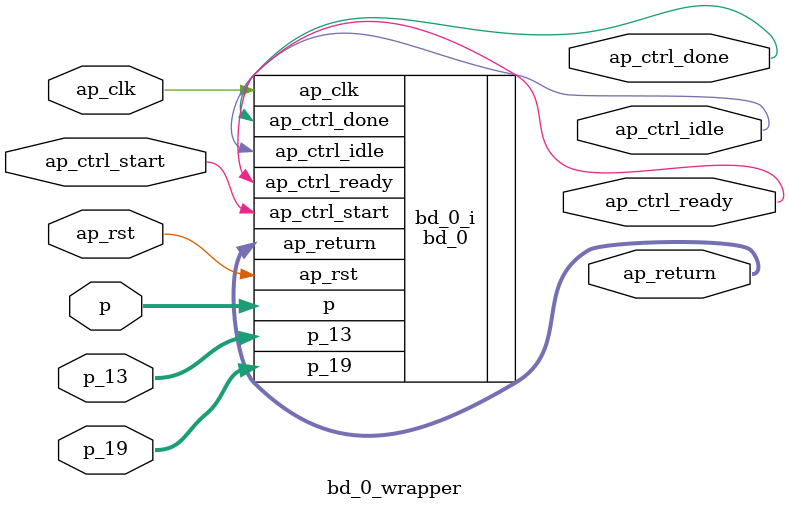
<source format=v>
`timescale 1 ps / 1 ps

module bd_0_wrapper
   (ap_clk,
    ap_ctrl_done,
    ap_ctrl_idle,
    ap_ctrl_ready,
    ap_ctrl_start,
    ap_return,
    ap_rst,
    p,
    p_13,
    p_19);
  input ap_clk;
  output ap_ctrl_done;
  output ap_ctrl_idle;
  output ap_ctrl_ready;
  input ap_ctrl_start;
  output [15:0]ap_return;
  input ap_rst;
  input [63:0]p;
  input [31:0]p_13;
  input [63:0]p_19;

  wire ap_clk;
  wire ap_ctrl_done;
  wire ap_ctrl_idle;
  wire ap_ctrl_ready;
  wire ap_ctrl_start;
  wire [15:0]ap_return;
  wire ap_rst;
  wire [63:0]p;
  wire [31:0]p_13;
  wire [63:0]p_19;

  bd_0 bd_0_i
       (.ap_clk(ap_clk),
        .ap_ctrl_done(ap_ctrl_done),
        .ap_ctrl_idle(ap_ctrl_idle),
        .ap_ctrl_ready(ap_ctrl_ready),
        .ap_ctrl_start(ap_ctrl_start),
        .ap_return(ap_return),
        .ap_rst(ap_rst),
        .p(p),
        .p_13(p_13),
        .p_19(p_19));
endmodule

</source>
